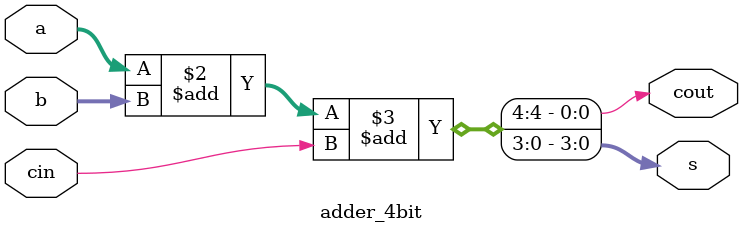
<source format=v>
`timescale 1ns / 1ps
module adder_4bit(a,b,cin,s,cout);
input [3:0] a,b;
input cin;
output reg [3:0] s;
output reg cout;
always @*
{cout,s} = a + b + cin;
endmodule

</source>
